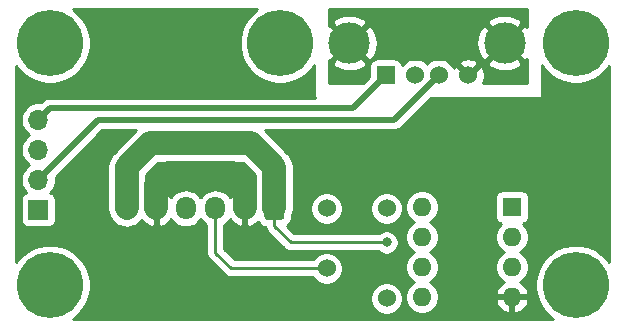
<source format=gtl>
G04 #@! TF.GenerationSoftware,KiCad,Pcbnew,5.1.9+dfsg1-1+deb11u1*
G04 #@! TF.CreationDate,2023-06-30T23:04:53+09:00*
G04 #@! TF.ProjectId,tablet-usb-adapter,7461626c-6574-42d7-9573-622d61646170,rev?*
G04 #@! TF.SameCoordinates,Original*
G04 #@! TF.FileFunction,Copper,L1,Top*
G04 #@! TF.FilePolarity,Positive*
%FSLAX46Y46*%
G04 Gerber Fmt 4.6, Leading zero omitted, Abs format (unit mm)*
G04 Created by KiCad (PCBNEW 5.1.9+dfsg1-1+deb11u1) date 2023-06-30 23:04:53*
%MOMM*%
%LPD*%
G01*
G04 APERTURE LIST*
G04 #@! TA.AperFunction,ComponentPad*
%ADD10C,5.600000*%
G04 #@! TD*
G04 #@! TA.AperFunction,ComponentPad*
%ADD11R,1.700000X1.700000*%
G04 #@! TD*
G04 #@! TA.AperFunction,ComponentPad*
%ADD12O,1.700000X1.700000*%
G04 #@! TD*
G04 #@! TA.AperFunction,ComponentPad*
%ADD13O,1.700000X1.950000*%
G04 #@! TD*
G04 #@! TA.AperFunction,ComponentPad*
%ADD14C,3.500000*%
G04 #@! TD*
G04 #@! TA.AperFunction,ComponentPad*
%ADD15R,1.524000X1.524000*%
G04 #@! TD*
G04 #@! TA.AperFunction,ComponentPad*
%ADD16C,1.524000*%
G04 #@! TD*
G04 #@! TA.AperFunction,ComponentPad*
%ADD17R,1.600000X1.600000*%
G04 #@! TD*
G04 #@! TA.AperFunction,ComponentPad*
%ADD18O,1.600000X1.600000*%
G04 #@! TD*
G04 #@! TA.AperFunction,ViaPad*
%ADD19C,0.800000*%
G04 #@! TD*
G04 #@! TA.AperFunction,Conductor*
%ADD20C,0.500000*%
G04 #@! TD*
G04 #@! TA.AperFunction,Conductor*
%ADD21C,0.250000*%
G04 #@! TD*
G04 #@! TA.AperFunction,Conductor*
%ADD22C,2.000000*%
G04 #@! TD*
G04 #@! TA.AperFunction,Conductor*
%ADD23C,0.254000*%
G04 #@! TD*
G04 #@! TA.AperFunction,Conductor*
%ADD24C,0.100000*%
G04 #@! TD*
G04 APERTURE END LIST*
D10*
X119000000Y-67500000D03*
X99500000Y-88000000D03*
X144000000Y-88000000D03*
X144000000Y-67500000D03*
X99500000Y-67500000D03*
D11*
X98500000Y-81620000D03*
D12*
X98500000Y-79080000D03*
X98500000Y-76540000D03*
X98500000Y-74000000D03*
G04 #@! TA.AperFunction,ComponentPad*
G36*
G01*
X119350000Y-80775000D02*
X119350000Y-82225000D01*
G75*
G02*
X119100000Y-82475000I-250000J0D01*
G01*
X117900000Y-82475000D01*
G75*
G02*
X117650000Y-82225000I0J250000D01*
G01*
X117650000Y-80775000D01*
G75*
G02*
X117900000Y-80525000I250000J0D01*
G01*
X119100000Y-80525000D01*
G75*
G02*
X119350000Y-80775000I0J-250000D01*
G01*
G37*
G04 #@! TD.AperFunction*
D13*
X116000000Y-81500000D03*
X113500000Y-81500000D03*
X111000000Y-81500000D03*
X108500000Y-81500000D03*
X106000000Y-81500000D03*
D14*
X138000000Y-67500000D03*
X124860000Y-67500000D03*
D15*
X127930000Y-70210000D03*
D16*
X130430000Y-70210000D03*
X132430000Y-70210000D03*
X134930000Y-70210000D03*
D17*
X138620000Y-81380000D03*
D18*
X131000000Y-89000000D03*
X138620000Y-83920000D03*
X131000000Y-86460000D03*
X138620000Y-86460000D03*
X131000000Y-83920000D03*
X138620000Y-89000000D03*
X131000000Y-81380000D03*
D16*
X122920000Y-81500000D03*
X128000000Y-81500000D03*
X122920000Y-86580000D03*
X128000000Y-89120000D03*
D19*
X128000000Y-84380000D03*
D20*
X98500000Y-79080000D02*
X103580000Y-74000000D01*
X128640000Y-74000000D02*
X132430000Y-70210000D01*
X103580000Y-74000000D02*
X128640000Y-74000000D01*
X98500000Y-74000000D02*
X99500000Y-73000000D01*
X125140000Y-73000000D02*
X127930000Y-70210000D01*
X99500000Y-73000000D02*
X125140000Y-73000000D01*
D21*
X98500000Y-81620000D02*
X98500000Y-81500000D01*
X127960000Y-81500000D02*
X128080000Y-81380000D01*
D22*
X106000000Y-78000000D02*
X106000000Y-81500000D01*
X116500000Y-76000000D02*
X108000000Y-76000000D01*
X118500000Y-78000000D02*
X116500000Y-76000000D01*
X108000000Y-76000000D02*
X106000000Y-78000000D01*
X118500000Y-81500000D02*
X118500000Y-78000000D01*
D21*
X119880000Y-84380000D02*
X128000000Y-84380000D01*
X118500000Y-83000000D02*
X119880000Y-84380000D01*
X118500000Y-81500000D02*
X118500000Y-83000000D01*
D22*
X108500000Y-81500000D02*
X108500000Y-79500000D01*
X108500000Y-79500000D02*
X109500000Y-78500000D01*
X109500000Y-78500000D02*
X115000000Y-78500000D01*
X116000000Y-79500000D02*
X116000000Y-81500000D01*
X115000000Y-78500000D02*
X116000000Y-79500000D01*
D21*
X113500000Y-81500000D02*
X113500000Y-85250000D01*
X114830000Y-86580000D02*
X122920000Y-86580000D01*
X113500000Y-85250000D02*
X114830000Y-86580000D01*
D23*
X116810315Y-64831862D02*
X116331862Y-65310315D01*
X115955943Y-65872918D01*
X115697006Y-66498048D01*
X115565000Y-67161682D01*
X115565000Y-67838318D01*
X115697006Y-68501952D01*
X115955943Y-69127082D01*
X116331862Y-69689685D01*
X116810315Y-70168138D01*
X117372918Y-70544057D01*
X117998048Y-70802994D01*
X118661682Y-70935000D01*
X119338318Y-70935000D01*
X120001952Y-70802994D01*
X120627082Y-70544057D01*
X121189685Y-70168138D01*
X121668138Y-69689685D01*
X121873000Y-69383087D01*
X121873000Y-72000000D01*
X121875440Y-72024776D01*
X121882667Y-72048601D01*
X121894403Y-72070557D01*
X121910197Y-72089803D01*
X121929443Y-72105597D01*
X121947034Y-72115000D01*
X99543469Y-72115000D01*
X99500000Y-72110719D01*
X99456531Y-72115000D01*
X99456523Y-72115000D01*
X99326510Y-72127805D01*
X99159686Y-72178411D01*
X99005941Y-72260589D01*
X98904953Y-72343468D01*
X98904951Y-72343470D01*
X98871183Y-72371183D01*
X98843470Y-72404951D01*
X98718960Y-72529461D01*
X98646260Y-72515000D01*
X98353740Y-72515000D01*
X98066842Y-72572068D01*
X97796589Y-72684010D01*
X97553368Y-72846525D01*
X97346525Y-73053368D01*
X97184010Y-73296589D01*
X97072068Y-73566842D01*
X97015000Y-73853740D01*
X97015000Y-74146260D01*
X97072068Y-74433158D01*
X97184010Y-74703411D01*
X97346525Y-74946632D01*
X97553368Y-75153475D01*
X97727760Y-75270000D01*
X97553368Y-75386525D01*
X97346525Y-75593368D01*
X97184010Y-75836589D01*
X97072068Y-76106842D01*
X97015000Y-76393740D01*
X97015000Y-76686260D01*
X97072068Y-76973158D01*
X97184010Y-77243411D01*
X97346525Y-77486632D01*
X97553368Y-77693475D01*
X97727760Y-77810000D01*
X97553368Y-77926525D01*
X97346525Y-78133368D01*
X97184010Y-78376589D01*
X97072068Y-78646842D01*
X97015000Y-78933740D01*
X97015000Y-79226260D01*
X97072068Y-79513158D01*
X97184010Y-79783411D01*
X97346525Y-80026632D01*
X97478380Y-80158487D01*
X97405820Y-80180498D01*
X97295506Y-80239463D01*
X97198815Y-80318815D01*
X97119463Y-80415506D01*
X97060498Y-80525820D01*
X97024188Y-80645518D01*
X97011928Y-80770000D01*
X97011928Y-82470000D01*
X97024188Y-82594482D01*
X97060498Y-82714180D01*
X97119463Y-82824494D01*
X97198815Y-82921185D01*
X97295506Y-83000537D01*
X97405820Y-83059502D01*
X97525518Y-83095812D01*
X97650000Y-83108072D01*
X99350000Y-83108072D01*
X99474482Y-83095812D01*
X99594180Y-83059502D01*
X99704494Y-83000537D01*
X99801185Y-82921185D01*
X99880537Y-82824494D01*
X99939502Y-82714180D01*
X99975812Y-82594482D01*
X99988072Y-82470000D01*
X99988072Y-80770000D01*
X99975812Y-80645518D01*
X99939502Y-80525820D01*
X99880537Y-80415506D01*
X99801185Y-80318815D01*
X99704494Y-80239463D01*
X99594180Y-80180498D01*
X99521620Y-80158487D01*
X99653475Y-80026632D01*
X99815990Y-79783411D01*
X99927932Y-79513158D01*
X99985000Y-79226260D01*
X99985000Y-78933740D01*
X99970539Y-78861039D01*
X103946579Y-74885000D01*
X106799949Y-74885000D01*
X106787080Y-74900682D01*
X104900687Y-76787075D01*
X104838286Y-76838286D01*
X104633969Y-77087249D01*
X104482148Y-77371286D01*
X104388657Y-77679485D01*
X104371273Y-77855990D01*
X104357089Y-78000000D01*
X104365000Y-78080320D01*
X104365001Y-81580322D01*
X104388658Y-81820516D01*
X104482149Y-82128715D01*
X104633970Y-82412752D01*
X104838287Y-82661714D01*
X105087249Y-82866031D01*
X105371286Y-83017852D01*
X105679485Y-83111343D01*
X106000000Y-83142911D01*
X106320516Y-83111343D01*
X106628715Y-83017852D01*
X106912752Y-82866031D01*
X107161714Y-82661714D01*
X107301950Y-82490836D01*
X107410951Y-82634429D01*
X107628807Y-82827496D01*
X107880142Y-82974352D01*
X108143110Y-83066476D01*
X108373000Y-82945155D01*
X108373000Y-81627000D01*
X108353000Y-81627000D01*
X108353000Y-81373000D01*
X108373000Y-81373000D01*
X108373000Y-80054845D01*
X108627000Y-80054845D01*
X108627000Y-81373000D01*
X108647000Y-81373000D01*
X108647000Y-81627000D01*
X108627000Y-81627000D01*
X108627000Y-82945155D01*
X108856890Y-83066476D01*
X109119858Y-82974352D01*
X109371193Y-82827496D01*
X109589049Y-82634429D01*
X109745538Y-82428278D01*
X109759294Y-82454013D01*
X109944866Y-82680134D01*
X110170986Y-82865706D01*
X110428966Y-83003599D01*
X110708889Y-83088513D01*
X111000000Y-83117185D01*
X111291110Y-83088513D01*
X111571033Y-83003599D01*
X111829013Y-82865706D01*
X112055134Y-82680134D01*
X112240706Y-82454014D01*
X112250000Y-82436626D01*
X112259294Y-82454013D01*
X112444866Y-82680134D01*
X112670986Y-82865706D01*
X112740000Y-82902595D01*
X112740001Y-85212668D01*
X112736324Y-85250000D01*
X112750998Y-85398985D01*
X112794454Y-85542246D01*
X112865026Y-85674276D01*
X112936201Y-85761002D01*
X112960000Y-85790001D01*
X112988998Y-85813799D01*
X114266201Y-87091003D01*
X114289999Y-87120001D01*
X114318997Y-87143799D01*
X114405723Y-87214974D01*
X114537753Y-87285546D01*
X114681014Y-87329003D01*
X114792667Y-87340000D01*
X114792676Y-87340000D01*
X114829999Y-87343676D01*
X114867322Y-87340000D01*
X121747659Y-87340000D01*
X121834880Y-87470535D01*
X122029465Y-87665120D01*
X122258273Y-87818005D01*
X122512510Y-87923314D01*
X122782408Y-87977000D01*
X123057592Y-87977000D01*
X123327490Y-87923314D01*
X123581727Y-87818005D01*
X123810535Y-87665120D01*
X124005120Y-87470535D01*
X124158005Y-87241727D01*
X124263314Y-86987490D01*
X124317000Y-86717592D01*
X124317000Y-86442408D01*
X124263314Y-86172510D01*
X124158005Y-85918273D01*
X124005120Y-85689465D01*
X123810535Y-85494880D01*
X123581727Y-85341995D01*
X123327490Y-85236686D01*
X123057592Y-85183000D01*
X122782408Y-85183000D01*
X122512510Y-85236686D01*
X122258273Y-85341995D01*
X122029465Y-85494880D01*
X121834880Y-85689465D01*
X121747659Y-85820000D01*
X115144802Y-85820000D01*
X114260000Y-84935199D01*
X114260000Y-82902594D01*
X114329013Y-82865706D01*
X114555134Y-82680134D01*
X114740706Y-82454014D01*
X114754462Y-82428278D01*
X114910951Y-82634429D01*
X115128807Y-82827496D01*
X115380142Y-82974352D01*
X115643110Y-83066476D01*
X115873000Y-82945155D01*
X115873000Y-81627000D01*
X115853000Y-81627000D01*
X115853000Y-81373000D01*
X115873000Y-81373000D01*
X115873000Y-80054845D01*
X115643110Y-79933524D01*
X115380142Y-80025648D01*
X115128807Y-80172504D01*
X114910951Y-80365571D01*
X114754462Y-80571722D01*
X114740706Y-80545986D01*
X114555134Y-80319866D01*
X114329014Y-80134294D01*
X114071034Y-79996401D01*
X113791111Y-79911487D01*
X113500000Y-79882815D01*
X113208890Y-79911487D01*
X112928967Y-79996401D01*
X112670987Y-80134294D01*
X112444866Y-80319866D01*
X112259294Y-80545986D01*
X112250000Y-80563374D01*
X112240706Y-80545986D01*
X112055134Y-80319866D01*
X111829014Y-80134294D01*
X111571034Y-79996401D01*
X111291111Y-79911487D01*
X111000000Y-79882815D01*
X110708890Y-79911487D01*
X110428967Y-79996401D01*
X110170987Y-80134294D01*
X109944866Y-80319866D01*
X109759294Y-80545986D01*
X109745538Y-80571722D01*
X109589049Y-80365571D01*
X109371193Y-80172504D01*
X109119858Y-80025648D01*
X108856890Y-79933524D01*
X108627000Y-80054845D01*
X108373000Y-80054845D01*
X108143110Y-79933524D01*
X107880142Y-80025648D01*
X107635000Y-80168885D01*
X107635000Y-78677238D01*
X108677239Y-77635000D01*
X115822762Y-77635000D01*
X116865001Y-78677240D01*
X116865000Y-80168886D01*
X116619858Y-80025648D01*
X116356890Y-79933524D01*
X116127000Y-80054845D01*
X116127000Y-81373000D01*
X116147000Y-81373000D01*
X116147000Y-81627000D01*
X116127000Y-81627000D01*
X116127000Y-82945155D01*
X116356890Y-83066476D01*
X116619858Y-82974352D01*
X116871193Y-82827496D01*
X117089049Y-82634429D01*
X117105286Y-82613039D01*
X117161595Y-82718386D01*
X117272038Y-82852962D01*
X117406614Y-82963405D01*
X117560150Y-83045472D01*
X117726746Y-83096008D01*
X117745967Y-83097901D01*
X117747291Y-83111343D01*
X117750998Y-83148985D01*
X117794454Y-83292246D01*
X117865026Y-83424276D01*
X117960000Y-83540001D01*
X117988998Y-83563799D01*
X119316201Y-84891003D01*
X119339999Y-84920001D01*
X119455724Y-85014974D01*
X119587753Y-85085546D01*
X119731014Y-85129003D01*
X119842667Y-85140000D01*
X119842675Y-85140000D01*
X119880000Y-85143676D01*
X119917325Y-85140000D01*
X127296289Y-85140000D01*
X127340226Y-85183937D01*
X127509744Y-85297205D01*
X127698102Y-85375226D01*
X127898061Y-85415000D01*
X128101939Y-85415000D01*
X128301898Y-85375226D01*
X128490256Y-85297205D01*
X128659774Y-85183937D01*
X128803937Y-85039774D01*
X128917205Y-84870256D01*
X128995226Y-84681898D01*
X129035000Y-84481939D01*
X129035000Y-84278061D01*
X128995226Y-84078102D01*
X128917205Y-83889744D01*
X128803937Y-83720226D01*
X128659774Y-83576063D01*
X128490256Y-83462795D01*
X128301898Y-83384774D01*
X128101939Y-83345000D01*
X127898061Y-83345000D01*
X127698102Y-83384774D01*
X127509744Y-83462795D01*
X127340226Y-83576063D01*
X127296289Y-83620000D01*
X120194802Y-83620000D01*
X119557427Y-82982626D01*
X119593386Y-82963405D01*
X119727962Y-82852962D01*
X119838405Y-82718386D01*
X119920472Y-82564850D01*
X119971008Y-82398254D01*
X119988072Y-82225000D01*
X119988072Y-82184429D01*
X120017852Y-82128715D01*
X120111343Y-81820516D01*
X120135000Y-81580322D01*
X120135000Y-81362408D01*
X121523000Y-81362408D01*
X121523000Y-81637592D01*
X121576686Y-81907490D01*
X121681995Y-82161727D01*
X121834880Y-82390535D01*
X122029465Y-82585120D01*
X122258273Y-82738005D01*
X122512510Y-82843314D01*
X122782408Y-82897000D01*
X123057592Y-82897000D01*
X123327490Y-82843314D01*
X123581727Y-82738005D01*
X123810535Y-82585120D01*
X124005120Y-82390535D01*
X124158005Y-82161727D01*
X124263314Y-81907490D01*
X124317000Y-81637592D01*
X124317000Y-81362408D01*
X126603000Y-81362408D01*
X126603000Y-81637592D01*
X126656686Y-81907490D01*
X126761995Y-82161727D01*
X126914880Y-82390535D01*
X127109465Y-82585120D01*
X127338273Y-82738005D01*
X127592510Y-82843314D01*
X127862408Y-82897000D01*
X128137592Y-82897000D01*
X128407490Y-82843314D01*
X128661727Y-82738005D01*
X128890535Y-82585120D01*
X129085120Y-82390535D01*
X129238005Y-82161727D01*
X129343314Y-81907490D01*
X129397000Y-81637592D01*
X129397000Y-81362408D01*
X129372387Y-81238665D01*
X129565000Y-81238665D01*
X129565000Y-81521335D01*
X129620147Y-81798574D01*
X129728320Y-82059727D01*
X129885363Y-82294759D01*
X130085241Y-82494637D01*
X130317759Y-82650000D01*
X130085241Y-82805363D01*
X129885363Y-83005241D01*
X129728320Y-83240273D01*
X129620147Y-83501426D01*
X129565000Y-83778665D01*
X129565000Y-84061335D01*
X129620147Y-84338574D01*
X129728320Y-84599727D01*
X129885363Y-84834759D01*
X130085241Y-85034637D01*
X130317759Y-85190000D01*
X130085241Y-85345363D01*
X129885363Y-85545241D01*
X129728320Y-85780273D01*
X129620147Y-86041426D01*
X129565000Y-86318665D01*
X129565000Y-86601335D01*
X129620147Y-86878574D01*
X129728320Y-87139727D01*
X129885363Y-87374759D01*
X130085241Y-87574637D01*
X130317759Y-87730000D01*
X130085241Y-87885363D01*
X129885363Y-88085241D01*
X129728320Y-88320273D01*
X129620147Y-88581426D01*
X129565000Y-88858665D01*
X129565000Y-89141335D01*
X129620147Y-89418574D01*
X129728320Y-89679727D01*
X129885363Y-89914759D01*
X130085241Y-90114637D01*
X130320273Y-90271680D01*
X130581426Y-90379853D01*
X130858665Y-90435000D01*
X131141335Y-90435000D01*
X131418574Y-90379853D01*
X131679727Y-90271680D01*
X131914759Y-90114637D01*
X132114637Y-89914759D01*
X132271680Y-89679727D01*
X132379853Y-89418574D01*
X132393684Y-89349039D01*
X137228096Y-89349039D01*
X137268754Y-89483087D01*
X137388963Y-89737420D01*
X137556481Y-89963414D01*
X137764869Y-90152385D01*
X138006119Y-90297070D01*
X138270960Y-90391909D01*
X138493000Y-90270624D01*
X138493000Y-89127000D01*
X138747000Y-89127000D01*
X138747000Y-90270624D01*
X138969040Y-90391909D01*
X139233881Y-90297070D01*
X139475131Y-90152385D01*
X139683519Y-89963414D01*
X139851037Y-89737420D01*
X139971246Y-89483087D01*
X140011904Y-89349039D01*
X139889915Y-89127000D01*
X138747000Y-89127000D01*
X138493000Y-89127000D01*
X137350085Y-89127000D01*
X137228096Y-89349039D01*
X132393684Y-89349039D01*
X132435000Y-89141335D01*
X132435000Y-88858665D01*
X132379853Y-88581426D01*
X132271680Y-88320273D01*
X132114637Y-88085241D01*
X131914759Y-87885363D01*
X131682241Y-87730000D01*
X131914759Y-87574637D01*
X132114637Y-87374759D01*
X132271680Y-87139727D01*
X132379853Y-86878574D01*
X132435000Y-86601335D01*
X132435000Y-86318665D01*
X132379853Y-86041426D01*
X132271680Y-85780273D01*
X132114637Y-85545241D01*
X131914759Y-85345363D01*
X131682241Y-85190000D01*
X131914759Y-85034637D01*
X132114637Y-84834759D01*
X132271680Y-84599727D01*
X132379853Y-84338574D01*
X132435000Y-84061335D01*
X132435000Y-83778665D01*
X132379853Y-83501426D01*
X132271680Y-83240273D01*
X132114637Y-83005241D01*
X131914759Y-82805363D01*
X131682241Y-82650000D01*
X131914759Y-82494637D01*
X132114637Y-82294759D01*
X132271680Y-82059727D01*
X132379853Y-81798574D01*
X132435000Y-81521335D01*
X132435000Y-81238665D01*
X132379853Y-80961426D01*
X132271680Y-80700273D01*
X132191317Y-80580000D01*
X137181928Y-80580000D01*
X137181928Y-82180000D01*
X137194188Y-82304482D01*
X137230498Y-82424180D01*
X137289463Y-82534494D01*
X137368815Y-82631185D01*
X137465506Y-82710537D01*
X137575820Y-82769502D01*
X137695518Y-82805812D01*
X137703961Y-82806643D01*
X137505363Y-83005241D01*
X137348320Y-83240273D01*
X137240147Y-83501426D01*
X137185000Y-83778665D01*
X137185000Y-84061335D01*
X137240147Y-84338574D01*
X137348320Y-84599727D01*
X137505363Y-84834759D01*
X137705241Y-85034637D01*
X137937759Y-85190000D01*
X137705241Y-85345363D01*
X137505363Y-85545241D01*
X137348320Y-85780273D01*
X137240147Y-86041426D01*
X137185000Y-86318665D01*
X137185000Y-86601335D01*
X137240147Y-86878574D01*
X137348320Y-87139727D01*
X137505363Y-87374759D01*
X137705241Y-87574637D01*
X137940273Y-87731680D01*
X137950865Y-87736067D01*
X137764869Y-87847615D01*
X137556481Y-88036586D01*
X137388963Y-88262580D01*
X137268754Y-88516913D01*
X137228096Y-88650961D01*
X137350085Y-88873000D01*
X138493000Y-88873000D01*
X138493000Y-88853000D01*
X138747000Y-88853000D01*
X138747000Y-88873000D01*
X139889915Y-88873000D01*
X140011904Y-88650961D01*
X139971246Y-88516913D01*
X139851037Y-88262580D01*
X139683519Y-88036586D01*
X139475131Y-87847615D01*
X139289135Y-87736067D01*
X139299727Y-87731680D01*
X139534759Y-87574637D01*
X139734637Y-87374759D01*
X139891680Y-87139727D01*
X139999853Y-86878574D01*
X140055000Y-86601335D01*
X140055000Y-86318665D01*
X139999853Y-86041426D01*
X139891680Y-85780273D01*
X139734637Y-85545241D01*
X139534759Y-85345363D01*
X139302241Y-85190000D01*
X139534759Y-85034637D01*
X139734637Y-84834759D01*
X139891680Y-84599727D01*
X139999853Y-84338574D01*
X140055000Y-84061335D01*
X140055000Y-83778665D01*
X139999853Y-83501426D01*
X139891680Y-83240273D01*
X139734637Y-83005241D01*
X139536039Y-82806643D01*
X139544482Y-82805812D01*
X139664180Y-82769502D01*
X139774494Y-82710537D01*
X139871185Y-82631185D01*
X139950537Y-82534494D01*
X140009502Y-82424180D01*
X140045812Y-82304482D01*
X140058072Y-82180000D01*
X140058072Y-80580000D01*
X140045812Y-80455518D01*
X140009502Y-80335820D01*
X139950537Y-80225506D01*
X139871185Y-80128815D01*
X139774494Y-80049463D01*
X139664180Y-79990498D01*
X139544482Y-79954188D01*
X139420000Y-79941928D01*
X137820000Y-79941928D01*
X137695518Y-79954188D01*
X137575820Y-79990498D01*
X137465506Y-80049463D01*
X137368815Y-80128815D01*
X137289463Y-80225506D01*
X137230498Y-80335820D01*
X137194188Y-80455518D01*
X137181928Y-80580000D01*
X132191317Y-80580000D01*
X132114637Y-80465241D01*
X131914759Y-80265363D01*
X131679727Y-80108320D01*
X131418574Y-80000147D01*
X131141335Y-79945000D01*
X130858665Y-79945000D01*
X130581426Y-80000147D01*
X130320273Y-80108320D01*
X130085241Y-80265363D01*
X129885363Y-80465241D01*
X129728320Y-80700273D01*
X129620147Y-80961426D01*
X129565000Y-81238665D01*
X129372387Y-81238665D01*
X129343314Y-81092510D01*
X129238005Y-80838273D01*
X129085120Y-80609465D01*
X128890535Y-80414880D01*
X128661727Y-80261995D01*
X128407490Y-80156686D01*
X128137592Y-80103000D01*
X127862408Y-80103000D01*
X127592510Y-80156686D01*
X127338273Y-80261995D01*
X127109465Y-80414880D01*
X126914880Y-80609465D01*
X126761995Y-80838273D01*
X126656686Y-81092510D01*
X126603000Y-81362408D01*
X124317000Y-81362408D01*
X124263314Y-81092510D01*
X124158005Y-80838273D01*
X124005120Y-80609465D01*
X123810535Y-80414880D01*
X123581727Y-80261995D01*
X123327490Y-80156686D01*
X123057592Y-80103000D01*
X122782408Y-80103000D01*
X122512510Y-80156686D01*
X122258273Y-80261995D01*
X122029465Y-80414880D01*
X121834880Y-80609465D01*
X121681995Y-80838273D01*
X121576686Y-81092510D01*
X121523000Y-81362408D01*
X120135000Y-81362408D01*
X120135000Y-78080319D01*
X120142911Y-77999999D01*
X120128727Y-77855990D01*
X120111343Y-77679484D01*
X120017852Y-77371285D01*
X119866031Y-77087248D01*
X119661714Y-76838286D01*
X119599318Y-76787080D01*
X117712925Y-74900687D01*
X117700051Y-74885000D01*
X128596531Y-74885000D01*
X128640000Y-74889281D01*
X128683469Y-74885000D01*
X128683477Y-74885000D01*
X128813490Y-74872195D01*
X128980313Y-74821589D01*
X129134059Y-74739411D01*
X129268817Y-74628817D01*
X129296534Y-74595044D01*
X131764579Y-72127000D01*
X141000000Y-72127000D01*
X141024776Y-72124560D01*
X141048601Y-72117333D01*
X141070557Y-72105597D01*
X141089803Y-72089803D01*
X141105597Y-72070557D01*
X141117333Y-72048601D01*
X141124560Y-72024776D01*
X141127000Y-72000000D01*
X141127000Y-69383087D01*
X141331862Y-69689685D01*
X141810315Y-70168138D01*
X142372918Y-70544057D01*
X142998048Y-70802994D01*
X143661682Y-70935000D01*
X144338318Y-70935000D01*
X145001952Y-70802994D01*
X145627082Y-70544057D01*
X146189685Y-70168138D01*
X146668138Y-69689685D01*
X146840000Y-69432475D01*
X146840001Y-86067526D01*
X146668138Y-85810315D01*
X146189685Y-85331862D01*
X145627082Y-84955943D01*
X145001952Y-84697006D01*
X144338318Y-84565000D01*
X143661682Y-84565000D01*
X142998048Y-84697006D01*
X142372918Y-84955943D01*
X141810315Y-85331862D01*
X141331862Y-85810315D01*
X140955943Y-86372918D01*
X140697006Y-86998048D01*
X140565000Y-87661682D01*
X140565000Y-88338318D01*
X140697006Y-89001952D01*
X140955943Y-89627082D01*
X141331862Y-90189685D01*
X141810315Y-90668138D01*
X142067525Y-90840000D01*
X101432475Y-90840000D01*
X101689685Y-90668138D01*
X102168138Y-90189685D01*
X102544057Y-89627082D01*
X102802994Y-89001952D01*
X102806881Y-88982408D01*
X126603000Y-88982408D01*
X126603000Y-89257592D01*
X126656686Y-89527490D01*
X126761995Y-89781727D01*
X126914880Y-90010535D01*
X127109465Y-90205120D01*
X127338273Y-90358005D01*
X127592510Y-90463314D01*
X127862408Y-90517000D01*
X128137592Y-90517000D01*
X128407490Y-90463314D01*
X128661727Y-90358005D01*
X128890535Y-90205120D01*
X129085120Y-90010535D01*
X129238005Y-89781727D01*
X129343314Y-89527490D01*
X129397000Y-89257592D01*
X129397000Y-88982408D01*
X129343314Y-88712510D01*
X129238005Y-88458273D01*
X129085120Y-88229465D01*
X128890535Y-88034880D01*
X128661727Y-87881995D01*
X128407490Y-87776686D01*
X128137592Y-87723000D01*
X127862408Y-87723000D01*
X127592510Y-87776686D01*
X127338273Y-87881995D01*
X127109465Y-88034880D01*
X126914880Y-88229465D01*
X126761995Y-88458273D01*
X126656686Y-88712510D01*
X126603000Y-88982408D01*
X102806881Y-88982408D01*
X102935000Y-88338318D01*
X102935000Y-87661682D01*
X102802994Y-86998048D01*
X102544057Y-86372918D01*
X102168138Y-85810315D01*
X101689685Y-85331862D01*
X101127082Y-84955943D01*
X100501952Y-84697006D01*
X99838318Y-84565000D01*
X99161682Y-84565000D01*
X98498048Y-84697006D01*
X97872918Y-84955943D01*
X97310315Y-85331862D01*
X96831862Y-85810315D01*
X96660000Y-86067525D01*
X96660000Y-69432475D01*
X96831862Y-69689685D01*
X97310315Y-70168138D01*
X97872918Y-70544057D01*
X98498048Y-70802994D01*
X99161682Y-70935000D01*
X99838318Y-70935000D01*
X100501952Y-70802994D01*
X101127082Y-70544057D01*
X101689685Y-70168138D01*
X102168138Y-69689685D01*
X102544057Y-69127082D01*
X102802994Y-68501952D01*
X102935000Y-67838318D01*
X102935000Y-67161682D01*
X102802994Y-66498048D01*
X102544057Y-65872918D01*
X102168138Y-65310315D01*
X101689685Y-64831862D01*
X101432475Y-64660000D01*
X117067525Y-64660000D01*
X116810315Y-64831862D01*
G04 #@! TA.AperFunction,Conductor*
D24*
G36*
X116810315Y-64831862D02*
G01*
X116331862Y-65310315D01*
X115955943Y-65872918D01*
X115697006Y-66498048D01*
X115565000Y-67161682D01*
X115565000Y-67838318D01*
X115697006Y-68501952D01*
X115955943Y-69127082D01*
X116331862Y-69689685D01*
X116810315Y-70168138D01*
X117372918Y-70544057D01*
X117998048Y-70802994D01*
X118661682Y-70935000D01*
X119338318Y-70935000D01*
X120001952Y-70802994D01*
X120627082Y-70544057D01*
X121189685Y-70168138D01*
X121668138Y-69689685D01*
X121873000Y-69383087D01*
X121873000Y-72000000D01*
X121875440Y-72024776D01*
X121882667Y-72048601D01*
X121894403Y-72070557D01*
X121910197Y-72089803D01*
X121929443Y-72105597D01*
X121947034Y-72115000D01*
X99543469Y-72115000D01*
X99500000Y-72110719D01*
X99456531Y-72115000D01*
X99456523Y-72115000D01*
X99326510Y-72127805D01*
X99159686Y-72178411D01*
X99005941Y-72260589D01*
X98904953Y-72343468D01*
X98904951Y-72343470D01*
X98871183Y-72371183D01*
X98843470Y-72404951D01*
X98718960Y-72529461D01*
X98646260Y-72515000D01*
X98353740Y-72515000D01*
X98066842Y-72572068D01*
X97796589Y-72684010D01*
X97553368Y-72846525D01*
X97346525Y-73053368D01*
X97184010Y-73296589D01*
X97072068Y-73566842D01*
X97015000Y-73853740D01*
X97015000Y-74146260D01*
X97072068Y-74433158D01*
X97184010Y-74703411D01*
X97346525Y-74946632D01*
X97553368Y-75153475D01*
X97727760Y-75270000D01*
X97553368Y-75386525D01*
X97346525Y-75593368D01*
X97184010Y-75836589D01*
X97072068Y-76106842D01*
X97015000Y-76393740D01*
X97015000Y-76686260D01*
X97072068Y-76973158D01*
X97184010Y-77243411D01*
X97346525Y-77486632D01*
X97553368Y-77693475D01*
X97727760Y-77810000D01*
X97553368Y-77926525D01*
X97346525Y-78133368D01*
X97184010Y-78376589D01*
X97072068Y-78646842D01*
X97015000Y-78933740D01*
X97015000Y-79226260D01*
X97072068Y-79513158D01*
X97184010Y-79783411D01*
X97346525Y-80026632D01*
X97478380Y-80158487D01*
X97405820Y-80180498D01*
X97295506Y-80239463D01*
X97198815Y-80318815D01*
X97119463Y-80415506D01*
X97060498Y-80525820D01*
X97024188Y-80645518D01*
X97011928Y-80770000D01*
X97011928Y-82470000D01*
X97024188Y-82594482D01*
X97060498Y-82714180D01*
X97119463Y-82824494D01*
X97198815Y-82921185D01*
X97295506Y-83000537D01*
X97405820Y-83059502D01*
X97525518Y-83095812D01*
X97650000Y-83108072D01*
X99350000Y-83108072D01*
X99474482Y-83095812D01*
X99594180Y-83059502D01*
X99704494Y-83000537D01*
X99801185Y-82921185D01*
X99880537Y-82824494D01*
X99939502Y-82714180D01*
X99975812Y-82594482D01*
X99988072Y-82470000D01*
X99988072Y-80770000D01*
X99975812Y-80645518D01*
X99939502Y-80525820D01*
X99880537Y-80415506D01*
X99801185Y-80318815D01*
X99704494Y-80239463D01*
X99594180Y-80180498D01*
X99521620Y-80158487D01*
X99653475Y-80026632D01*
X99815990Y-79783411D01*
X99927932Y-79513158D01*
X99985000Y-79226260D01*
X99985000Y-78933740D01*
X99970539Y-78861039D01*
X103946579Y-74885000D01*
X106799949Y-74885000D01*
X106787080Y-74900682D01*
X104900687Y-76787075D01*
X104838286Y-76838286D01*
X104633969Y-77087249D01*
X104482148Y-77371286D01*
X104388657Y-77679485D01*
X104371273Y-77855990D01*
X104357089Y-78000000D01*
X104365000Y-78080320D01*
X104365001Y-81580322D01*
X104388658Y-81820516D01*
X104482149Y-82128715D01*
X104633970Y-82412752D01*
X104838287Y-82661714D01*
X105087249Y-82866031D01*
X105371286Y-83017852D01*
X105679485Y-83111343D01*
X106000000Y-83142911D01*
X106320516Y-83111343D01*
X106628715Y-83017852D01*
X106912752Y-82866031D01*
X107161714Y-82661714D01*
X107301950Y-82490836D01*
X107410951Y-82634429D01*
X107628807Y-82827496D01*
X107880142Y-82974352D01*
X108143110Y-83066476D01*
X108373000Y-82945155D01*
X108373000Y-81627000D01*
X108353000Y-81627000D01*
X108353000Y-81373000D01*
X108373000Y-81373000D01*
X108373000Y-80054845D01*
X108627000Y-80054845D01*
X108627000Y-81373000D01*
X108647000Y-81373000D01*
X108647000Y-81627000D01*
X108627000Y-81627000D01*
X108627000Y-82945155D01*
X108856890Y-83066476D01*
X109119858Y-82974352D01*
X109371193Y-82827496D01*
X109589049Y-82634429D01*
X109745538Y-82428278D01*
X109759294Y-82454013D01*
X109944866Y-82680134D01*
X110170986Y-82865706D01*
X110428966Y-83003599D01*
X110708889Y-83088513D01*
X111000000Y-83117185D01*
X111291110Y-83088513D01*
X111571033Y-83003599D01*
X111829013Y-82865706D01*
X112055134Y-82680134D01*
X112240706Y-82454014D01*
X112250000Y-82436626D01*
X112259294Y-82454013D01*
X112444866Y-82680134D01*
X112670986Y-82865706D01*
X112740000Y-82902595D01*
X112740001Y-85212668D01*
X112736324Y-85250000D01*
X112750998Y-85398985D01*
X112794454Y-85542246D01*
X112865026Y-85674276D01*
X112936201Y-85761002D01*
X112960000Y-85790001D01*
X112988998Y-85813799D01*
X114266201Y-87091003D01*
X114289999Y-87120001D01*
X114318997Y-87143799D01*
X114405723Y-87214974D01*
X114537753Y-87285546D01*
X114681014Y-87329003D01*
X114792667Y-87340000D01*
X114792676Y-87340000D01*
X114829999Y-87343676D01*
X114867322Y-87340000D01*
X121747659Y-87340000D01*
X121834880Y-87470535D01*
X122029465Y-87665120D01*
X122258273Y-87818005D01*
X122512510Y-87923314D01*
X122782408Y-87977000D01*
X123057592Y-87977000D01*
X123327490Y-87923314D01*
X123581727Y-87818005D01*
X123810535Y-87665120D01*
X124005120Y-87470535D01*
X124158005Y-87241727D01*
X124263314Y-86987490D01*
X124317000Y-86717592D01*
X124317000Y-86442408D01*
X124263314Y-86172510D01*
X124158005Y-85918273D01*
X124005120Y-85689465D01*
X123810535Y-85494880D01*
X123581727Y-85341995D01*
X123327490Y-85236686D01*
X123057592Y-85183000D01*
X122782408Y-85183000D01*
X122512510Y-85236686D01*
X122258273Y-85341995D01*
X122029465Y-85494880D01*
X121834880Y-85689465D01*
X121747659Y-85820000D01*
X115144802Y-85820000D01*
X114260000Y-84935199D01*
X114260000Y-82902594D01*
X114329013Y-82865706D01*
X114555134Y-82680134D01*
X114740706Y-82454014D01*
X114754462Y-82428278D01*
X114910951Y-82634429D01*
X115128807Y-82827496D01*
X115380142Y-82974352D01*
X115643110Y-83066476D01*
X115873000Y-82945155D01*
X115873000Y-81627000D01*
X115853000Y-81627000D01*
X115853000Y-81373000D01*
X115873000Y-81373000D01*
X115873000Y-80054845D01*
X115643110Y-79933524D01*
X115380142Y-80025648D01*
X115128807Y-80172504D01*
X114910951Y-80365571D01*
X114754462Y-80571722D01*
X114740706Y-80545986D01*
X114555134Y-80319866D01*
X114329014Y-80134294D01*
X114071034Y-79996401D01*
X113791111Y-79911487D01*
X113500000Y-79882815D01*
X113208890Y-79911487D01*
X112928967Y-79996401D01*
X112670987Y-80134294D01*
X112444866Y-80319866D01*
X112259294Y-80545986D01*
X112250000Y-80563374D01*
X112240706Y-80545986D01*
X112055134Y-80319866D01*
X111829014Y-80134294D01*
X111571034Y-79996401D01*
X111291111Y-79911487D01*
X111000000Y-79882815D01*
X110708890Y-79911487D01*
X110428967Y-79996401D01*
X110170987Y-80134294D01*
X109944866Y-80319866D01*
X109759294Y-80545986D01*
X109745538Y-80571722D01*
X109589049Y-80365571D01*
X109371193Y-80172504D01*
X109119858Y-80025648D01*
X108856890Y-79933524D01*
X108627000Y-80054845D01*
X108373000Y-80054845D01*
X108143110Y-79933524D01*
X107880142Y-80025648D01*
X107635000Y-80168885D01*
X107635000Y-78677238D01*
X108677239Y-77635000D01*
X115822762Y-77635000D01*
X116865001Y-78677240D01*
X116865000Y-80168886D01*
X116619858Y-80025648D01*
X116356890Y-79933524D01*
X116127000Y-80054845D01*
X116127000Y-81373000D01*
X116147000Y-81373000D01*
X116147000Y-81627000D01*
X116127000Y-81627000D01*
X116127000Y-82945155D01*
X116356890Y-83066476D01*
X116619858Y-82974352D01*
X116871193Y-82827496D01*
X117089049Y-82634429D01*
X117105286Y-82613039D01*
X117161595Y-82718386D01*
X117272038Y-82852962D01*
X117406614Y-82963405D01*
X117560150Y-83045472D01*
X117726746Y-83096008D01*
X117745967Y-83097901D01*
X117747291Y-83111343D01*
X117750998Y-83148985D01*
X117794454Y-83292246D01*
X117865026Y-83424276D01*
X117960000Y-83540001D01*
X117988998Y-83563799D01*
X119316201Y-84891003D01*
X119339999Y-84920001D01*
X119455724Y-85014974D01*
X119587753Y-85085546D01*
X119731014Y-85129003D01*
X119842667Y-85140000D01*
X119842675Y-85140000D01*
X119880000Y-85143676D01*
X119917325Y-85140000D01*
X127296289Y-85140000D01*
X127340226Y-85183937D01*
X127509744Y-85297205D01*
X127698102Y-85375226D01*
X127898061Y-85415000D01*
X128101939Y-85415000D01*
X128301898Y-85375226D01*
X128490256Y-85297205D01*
X128659774Y-85183937D01*
X128803937Y-85039774D01*
X128917205Y-84870256D01*
X128995226Y-84681898D01*
X129035000Y-84481939D01*
X129035000Y-84278061D01*
X128995226Y-84078102D01*
X128917205Y-83889744D01*
X128803937Y-83720226D01*
X128659774Y-83576063D01*
X128490256Y-83462795D01*
X128301898Y-83384774D01*
X128101939Y-83345000D01*
X127898061Y-83345000D01*
X127698102Y-83384774D01*
X127509744Y-83462795D01*
X127340226Y-83576063D01*
X127296289Y-83620000D01*
X120194802Y-83620000D01*
X119557427Y-82982626D01*
X119593386Y-82963405D01*
X119727962Y-82852962D01*
X119838405Y-82718386D01*
X119920472Y-82564850D01*
X119971008Y-82398254D01*
X119988072Y-82225000D01*
X119988072Y-82184429D01*
X120017852Y-82128715D01*
X120111343Y-81820516D01*
X120135000Y-81580322D01*
X120135000Y-81362408D01*
X121523000Y-81362408D01*
X121523000Y-81637592D01*
X121576686Y-81907490D01*
X121681995Y-82161727D01*
X121834880Y-82390535D01*
X122029465Y-82585120D01*
X122258273Y-82738005D01*
X122512510Y-82843314D01*
X122782408Y-82897000D01*
X123057592Y-82897000D01*
X123327490Y-82843314D01*
X123581727Y-82738005D01*
X123810535Y-82585120D01*
X124005120Y-82390535D01*
X124158005Y-82161727D01*
X124263314Y-81907490D01*
X124317000Y-81637592D01*
X124317000Y-81362408D01*
X126603000Y-81362408D01*
X126603000Y-81637592D01*
X126656686Y-81907490D01*
X126761995Y-82161727D01*
X126914880Y-82390535D01*
X127109465Y-82585120D01*
X127338273Y-82738005D01*
X127592510Y-82843314D01*
X127862408Y-82897000D01*
X128137592Y-82897000D01*
X128407490Y-82843314D01*
X128661727Y-82738005D01*
X128890535Y-82585120D01*
X129085120Y-82390535D01*
X129238005Y-82161727D01*
X129343314Y-81907490D01*
X129397000Y-81637592D01*
X129397000Y-81362408D01*
X129372387Y-81238665D01*
X129565000Y-81238665D01*
X129565000Y-81521335D01*
X129620147Y-81798574D01*
X129728320Y-82059727D01*
X129885363Y-82294759D01*
X130085241Y-82494637D01*
X130317759Y-82650000D01*
X130085241Y-82805363D01*
X129885363Y-83005241D01*
X129728320Y-83240273D01*
X129620147Y-83501426D01*
X129565000Y-83778665D01*
X129565000Y-84061335D01*
X129620147Y-84338574D01*
X129728320Y-84599727D01*
X129885363Y-84834759D01*
X130085241Y-85034637D01*
X130317759Y-85190000D01*
X130085241Y-85345363D01*
X129885363Y-85545241D01*
X129728320Y-85780273D01*
X129620147Y-86041426D01*
X129565000Y-86318665D01*
X129565000Y-86601335D01*
X129620147Y-86878574D01*
X129728320Y-87139727D01*
X129885363Y-87374759D01*
X130085241Y-87574637D01*
X130317759Y-87730000D01*
X130085241Y-87885363D01*
X129885363Y-88085241D01*
X129728320Y-88320273D01*
X129620147Y-88581426D01*
X129565000Y-88858665D01*
X129565000Y-89141335D01*
X129620147Y-89418574D01*
X129728320Y-89679727D01*
X129885363Y-89914759D01*
X130085241Y-90114637D01*
X130320273Y-90271680D01*
X130581426Y-90379853D01*
X130858665Y-90435000D01*
X131141335Y-90435000D01*
X131418574Y-90379853D01*
X131679727Y-90271680D01*
X131914759Y-90114637D01*
X132114637Y-89914759D01*
X132271680Y-89679727D01*
X132379853Y-89418574D01*
X132393684Y-89349039D01*
X137228096Y-89349039D01*
X137268754Y-89483087D01*
X137388963Y-89737420D01*
X137556481Y-89963414D01*
X137764869Y-90152385D01*
X138006119Y-90297070D01*
X138270960Y-90391909D01*
X138493000Y-90270624D01*
X138493000Y-89127000D01*
X138747000Y-89127000D01*
X138747000Y-90270624D01*
X138969040Y-90391909D01*
X139233881Y-90297070D01*
X139475131Y-90152385D01*
X139683519Y-89963414D01*
X139851037Y-89737420D01*
X139971246Y-89483087D01*
X140011904Y-89349039D01*
X139889915Y-89127000D01*
X138747000Y-89127000D01*
X138493000Y-89127000D01*
X137350085Y-89127000D01*
X137228096Y-89349039D01*
X132393684Y-89349039D01*
X132435000Y-89141335D01*
X132435000Y-88858665D01*
X132379853Y-88581426D01*
X132271680Y-88320273D01*
X132114637Y-88085241D01*
X131914759Y-87885363D01*
X131682241Y-87730000D01*
X131914759Y-87574637D01*
X132114637Y-87374759D01*
X132271680Y-87139727D01*
X132379853Y-86878574D01*
X132435000Y-86601335D01*
X132435000Y-86318665D01*
X132379853Y-86041426D01*
X132271680Y-85780273D01*
X132114637Y-85545241D01*
X131914759Y-85345363D01*
X131682241Y-85190000D01*
X131914759Y-85034637D01*
X132114637Y-84834759D01*
X132271680Y-84599727D01*
X132379853Y-84338574D01*
X132435000Y-84061335D01*
X132435000Y-83778665D01*
X132379853Y-83501426D01*
X132271680Y-83240273D01*
X132114637Y-83005241D01*
X131914759Y-82805363D01*
X131682241Y-82650000D01*
X131914759Y-82494637D01*
X132114637Y-82294759D01*
X132271680Y-82059727D01*
X132379853Y-81798574D01*
X132435000Y-81521335D01*
X132435000Y-81238665D01*
X132379853Y-80961426D01*
X132271680Y-80700273D01*
X132191317Y-80580000D01*
X137181928Y-80580000D01*
X137181928Y-82180000D01*
X137194188Y-82304482D01*
X137230498Y-82424180D01*
X137289463Y-82534494D01*
X137368815Y-82631185D01*
X137465506Y-82710537D01*
X137575820Y-82769502D01*
X137695518Y-82805812D01*
X137703961Y-82806643D01*
X137505363Y-83005241D01*
X137348320Y-83240273D01*
X137240147Y-83501426D01*
X137185000Y-83778665D01*
X137185000Y-84061335D01*
X137240147Y-84338574D01*
X137348320Y-84599727D01*
X137505363Y-84834759D01*
X137705241Y-85034637D01*
X137937759Y-85190000D01*
X137705241Y-85345363D01*
X137505363Y-85545241D01*
X137348320Y-85780273D01*
X137240147Y-86041426D01*
X137185000Y-86318665D01*
X137185000Y-86601335D01*
X137240147Y-86878574D01*
X137348320Y-87139727D01*
X137505363Y-87374759D01*
X137705241Y-87574637D01*
X137940273Y-87731680D01*
X137950865Y-87736067D01*
X137764869Y-87847615D01*
X137556481Y-88036586D01*
X137388963Y-88262580D01*
X137268754Y-88516913D01*
X137228096Y-88650961D01*
X137350085Y-88873000D01*
X138493000Y-88873000D01*
X138493000Y-88853000D01*
X138747000Y-88853000D01*
X138747000Y-88873000D01*
X139889915Y-88873000D01*
X140011904Y-88650961D01*
X139971246Y-88516913D01*
X139851037Y-88262580D01*
X139683519Y-88036586D01*
X139475131Y-87847615D01*
X139289135Y-87736067D01*
X139299727Y-87731680D01*
X139534759Y-87574637D01*
X139734637Y-87374759D01*
X139891680Y-87139727D01*
X139999853Y-86878574D01*
X140055000Y-86601335D01*
X140055000Y-86318665D01*
X139999853Y-86041426D01*
X139891680Y-85780273D01*
X139734637Y-85545241D01*
X139534759Y-85345363D01*
X139302241Y-85190000D01*
X139534759Y-85034637D01*
X139734637Y-84834759D01*
X139891680Y-84599727D01*
X139999853Y-84338574D01*
X140055000Y-84061335D01*
X140055000Y-83778665D01*
X139999853Y-83501426D01*
X139891680Y-83240273D01*
X139734637Y-83005241D01*
X139536039Y-82806643D01*
X139544482Y-82805812D01*
X139664180Y-82769502D01*
X139774494Y-82710537D01*
X139871185Y-82631185D01*
X139950537Y-82534494D01*
X140009502Y-82424180D01*
X140045812Y-82304482D01*
X140058072Y-82180000D01*
X140058072Y-80580000D01*
X140045812Y-80455518D01*
X140009502Y-80335820D01*
X139950537Y-80225506D01*
X139871185Y-80128815D01*
X139774494Y-80049463D01*
X139664180Y-79990498D01*
X139544482Y-79954188D01*
X139420000Y-79941928D01*
X137820000Y-79941928D01*
X137695518Y-79954188D01*
X137575820Y-79990498D01*
X137465506Y-80049463D01*
X137368815Y-80128815D01*
X137289463Y-80225506D01*
X137230498Y-80335820D01*
X137194188Y-80455518D01*
X137181928Y-80580000D01*
X132191317Y-80580000D01*
X132114637Y-80465241D01*
X131914759Y-80265363D01*
X131679727Y-80108320D01*
X131418574Y-80000147D01*
X131141335Y-79945000D01*
X130858665Y-79945000D01*
X130581426Y-80000147D01*
X130320273Y-80108320D01*
X130085241Y-80265363D01*
X129885363Y-80465241D01*
X129728320Y-80700273D01*
X129620147Y-80961426D01*
X129565000Y-81238665D01*
X129372387Y-81238665D01*
X129343314Y-81092510D01*
X129238005Y-80838273D01*
X129085120Y-80609465D01*
X128890535Y-80414880D01*
X128661727Y-80261995D01*
X128407490Y-80156686D01*
X128137592Y-80103000D01*
X127862408Y-80103000D01*
X127592510Y-80156686D01*
X127338273Y-80261995D01*
X127109465Y-80414880D01*
X126914880Y-80609465D01*
X126761995Y-80838273D01*
X126656686Y-81092510D01*
X126603000Y-81362408D01*
X124317000Y-81362408D01*
X124263314Y-81092510D01*
X124158005Y-80838273D01*
X124005120Y-80609465D01*
X123810535Y-80414880D01*
X123581727Y-80261995D01*
X123327490Y-80156686D01*
X123057592Y-80103000D01*
X122782408Y-80103000D01*
X122512510Y-80156686D01*
X122258273Y-80261995D01*
X122029465Y-80414880D01*
X121834880Y-80609465D01*
X121681995Y-80838273D01*
X121576686Y-81092510D01*
X121523000Y-81362408D01*
X120135000Y-81362408D01*
X120135000Y-78080319D01*
X120142911Y-77999999D01*
X120128727Y-77855990D01*
X120111343Y-77679484D01*
X120017852Y-77371285D01*
X119866031Y-77087248D01*
X119661714Y-76838286D01*
X119599318Y-76787080D01*
X117712925Y-74900687D01*
X117700051Y-74885000D01*
X128596531Y-74885000D01*
X128640000Y-74889281D01*
X128683469Y-74885000D01*
X128683477Y-74885000D01*
X128813490Y-74872195D01*
X128980313Y-74821589D01*
X129134059Y-74739411D01*
X129268817Y-74628817D01*
X129296534Y-74595044D01*
X131764579Y-72127000D01*
X141000000Y-72127000D01*
X141024776Y-72124560D01*
X141048601Y-72117333D01*
X141070557Y-72105597D01*
X141089803Y-72089803D01*
X141105597Y-72070557D01*
X141117333Y-72048601D01*
X141124560Y-72024776D01*
X141127000Y-72000000D01*
X141127000Y-69383087D01*
X141331862Y-69689685D01*
X141810315Y-70168138D01*
X142372918Y-70544057D01*
X142998048Y-70802994D01*
X143661682Y-70935000D01*
X144338318Y-70935000D01*
X145001952Y-70802994D01*
X145627082Y-70544057D01*
X146189685Y-70168138D01*
X146668138Y-69689685D01*
X146840000Y-69432475D01*
X146840001Y-86067526D01*
X146668138Y-85810315D01*
X146189685Y-85331862D01*
X145627082Y-84955943D01*
X145001952Y-84697006D01*
X144338318Y-84565000D01*
X143661682Y-84565000D01*
X142998048Y-84697006D01*
X142372918Y-84955943D01*
X141810315Y-85331862D01*
X141331862Y-85810315D01*
X140955943Y-86372918D01*
X140697006Y-86998048D01*
X140565000Y-87661682D01*
X140565000Y-88338318D01*
X140697006Y-89001952D01*
X140955943Y-89627082D01*
X141331862Y-90189685D01*
X141810315Y-90668138D01*
X142067525Y-90840000D01*
X101432475Y-90840000D01*
X101689685Y-90668138D01*
X102168138Y-90189685D01*
X102544057Y-89627082D01*
X102802994Y-89001952D01*
X102806881Y-88982408D01*
X126603000Y-88982408D01*
X126603000Y-89257592D01*
X126656686Y-89527490D01*
X126761995Y-89781727D01*
X126914880Y-90010535D01*
X127109465Y-90205120D01*
X127338273Y-90358005D01*
X127592510Y-90463314D01*
X127862408Y-90517000D01*
X128137592Y-90517000D01*
X128407490Y-90463314D01*
X128661727Y-90358005D01*
X128890535Y-90205120D01*
X129085120Y-90010535D01*
X129238005Y-89781727D01*
X129343314Y-89527490D01*
X129397000Y-89257592D01*
X129397000Y-88982408D01*
X129343314Y-88712510D01*
X129238005Y-88458273D01*
X129085120Y-88229465D01*
X128890535Y-88034880D01*
X128661727Y-87881995D01*
X128407490Y-87776686D01*
X128137592Y-87723000D01*
X127862408Y-87723000D01*
X127592510Y-87776686D01*
X127338273Y-87881995D01*
X127109465Y-88034880D01*
X126914880Y-88229465D01*
X126761995Y-88458273D01*
X126656686Y-88712510D01*
X126603000Y-88982408D01*
X102806881Y-88982408D01*
X102935000Y-88338318D01*
X102935000Y-87661682D01*
X102802994Y-86998048D01*
X102544057Y-86372918D01*
X102168138Y-85810315D01*
X101689685Y-85331862D01*
X101127082Y-84955943D01*
X100501952Y-84697006D01*
X99838318Y-84565000D01*
X99161682Y-84565000D01*
X98498048Y-84697006D01*
X97872918Y-84955943D01*
X97310315Y-85331862D01*
X96831862Y-85810315D01*
X96660000Y-86067525D01*
X96660000Y-69432475D01*
X96831862Y-69689685D01*
X97310315Y-70168138D01*
X97872918Y-70544057D01*
X98498048Y-70802994D01*
X99161682Y-70935000D01*
X99838318Y-70935000D01*
X100501952Y-70802994D01*
X101127082Y-70544057D01*
X101689685Y-70168138D01*
X102168138Y-69689685D01*
X102544057Y-69127082D01*
X102802994Y-68501952D01*
X102935000Y-67838318D01*
X102935000Y-67161682D01*
X102802994Y-66498048D01*
X102544057Y-65872918D01*
X102168138Y-65310315D01*
X101689685Y-64831862D01*
X101432475Y-64660000D01*
X117067525Y-64660000D01*
X116810315Y-64831862D01*
G37*
G04 #@! TD.AperFunction*
D23*
X139873000Y-66120932D02*
X139669609Y-66009997D01*
X138179605Y-67500000D01*
X139669609Y-68990003D01*
X139873000Y-68879068D01*
X139873000Y-70873000D01*
X136161979Y-70873000D01*
X136252756Y-70679952D01*
X136319023Y-70412865D01*
X136331910Y-70137983D01*
X136290922Y-69865867D01*
X136197636Y-69606977D01*
X136135656Y-69491020D01*
X135895565Y-69424040D01*
X135109605Y-70210000D01*
X135123748Y-70224143D01*
X134944143Y-70403748D01*
X134930000Y-70389605D01*
X134915858Y-70403748D01*
X134736253Y-70224143D01*
X134750395Y-70210000D01*
X133964435Y-69424040D01*
X133724344Y-69491020D01*
X133681782Y-69581533D01*
X133668005Y-69548273D01*
X133515120Y-69319465D01*
X133440090Y-69244435D01*
X134144040Y-69244435D01*
X134930000Y-70030395D01*
X135715960Y-69244435D01*
X135695086Y-69169609D01*
X136509997Y-69169609D01*
X136696073Y-69510766D01*
X137113409Y-69726513D01*
X137564815Y-69856696D01*
X138032946Y-69896313D01*
X138499811Y-69843842D01*
X138947468Y-69701297D01*
X139303927Y-69510766D01*
X139490003Y-69169609D01*
X138000000Y-67679605D01*
X136509997Y-69169609D01*
X135695086Y-69169609D01*
X135648980Y-69004344D01*
X135399952Y-68887244D01*
X135132865Y-68820977D01*
X134857983Y-68808090D01*
X134585867Y-68849078D01*
X134326977Y-68942364D01*
X134211020Y-69004344D01*
X134144040Y-69244435D01*
X133440090Y-69244435D01*
X133320535Y-69124880D01*
X133091727Y-68971995D01*
X132837490Y-68866686D01*
X132567592Y-68813000D01*
X132292408Y-68813000D01*
X132022510Y-68866686D01*
X131768273Y-68971995D01*
X131539465Y-69124880D01*
X131430000Y-69234345D01*
X131320535Y-69124880D01*
X131091727Y-68971995D01*
X130837490Y-68866686D01*
X130567592Y-68813000D01*
X130292408Y-68813000D01*
X130022510Y-68866686D01*
X129768273Y-68971995D01*
X129539465Y-69124880D01*
X129344880Y-69319465D01*
X129320941Y-69355292D01*
X129317812Y-69323518D01*
X129281502Y-69203820D01*
X129222537Y-69093506D01*
X129143185Y-68996815D01*
X129046494Y-68917463D01*
X128936180Y-68858498D01*
X128816482Y-68822188D01*
X128692000Y-68809928D01*
X127168000Y-68809928D01*
X127043518Y-68822188D01*
X126923820Y-68858498D01*
X126813506Y-68917463D01*
X126716815Y-68996815D01*
X126637463Y-69093506D01*
X126578498Y-69203820D01*
X126542188Y-69323518D01*
X126529928Y-69448000D01*
X126529928Y-70358493D01*
X126015421Y-70873000D01*
X123127000Y-70873000D01*
X123127000Y-69169609D01*
X123369997Y-69169609D01*
X123556073Y-69510766D01*
X123973409Y-69726513D01*
X124424815Y-69856696D01*
X124892946Y-69896313D01*
X125359811Y-69843842D01*
X125807468Y-69701297D01*
X126163927Y-69510766D01*
X126350003Y-69169609D01*
X124860000Y-67679605D01*
X123369997Y-69169609D01*
X123127000Y-69169609D01*
X123127000Y-68955428D01*
X123190391Y-68990003D01*
X124680395Y-67500000D01*
X125039605Y-67500000D01*
X126529609Y-68990003D01*
X126870766Y-68803927D01*
X127086513Y-68386591D01*
X127216696Y-67935185D01*
X127250736Y-67532946D01*
X135603687Y-67532946D01*
X135656158Y-67999811D01*
X135798703Y-68447468D01*
X135989234Y-68803927D01*
X136330391Y-68990003D01*
X137820395Y-67500000D01*
X136330391Y-66009997D01*
X135989234Y-66196073D01*
X135773487Y-66613409D01*
X135643304Y-67064815D01*
X135603687Y-67532946D01*
X127250736Y-67532946D01*
X127256313Y-67467054D01*
X127203842Y-67000189D01*
X127061297Y-66552532D01*
X126870766Y-66196073D01*
X126529609Y-66009997D01*
X125039605Y-67500000D01*
X124680395Y-67500000D01*
X123190391Y-66009997D01*
X123127000Y-66044572D01*
X123127000Y-65830391D01*
X123369997Y-65830391D01*
X124860000Y-67320395D01*
X126350003Y-65830391D01*
X136509997Y-65830391D01*
X138000000Y-67320395D01*
X139490003Y-65830391D01*
X139303927Y-65489234D01*
X138886591Y-65273487D01*
X138435185Y-65143304D01*
X137967054Y-65103687D01*
X137500189Y-65156158D01*
X137052532Y-65298703D01*
X136696073Y-65489234D01*
X136509997Y-65830391D01*
X126350003Y-65830391D01*
X126163927Y-65489234D01*
X125746591Y-65273487D01*
X125295185Y-65143304D01*
X124827054Y-65103687D01*
X124360189Y-65156158D01*
X123912532Y-65298703D01*
X123556073Y-65489234D01*
X123369997Y-65830391D01*
X123127000Y-65830391D01*
X123127000Y-64660000D01*
X139873000Y-64660000D01*
X139873000Y-66120932D01*
G04 #@! TA.AperFunction,Conductor*
D24*
G36*
X139873000Y-66120932D02*
G01*
X139669609Y-66009997D01*
X138179605Y-67500000D01*
X139669609Y-68990003D01*
X139873000Y-68879068D01*
X139873000Y-70873000D01*
X136161979Y-70873000D01*
X136252756Y-70679952D01*
X136319023Y-70412865D01*
X136331910Y-70137983D01*
X136290922Y-69865867D01*
X136197636Y-69606977D01*
X136135656Y-69491020D01*
X135895565Y-69424040D01*
X135109605Y-70210000D01*
X135123748Y-70224143D01*
X134944143Y-70403748D01*
X134930000Y-70389605D01*
X134915858Y-70403748D01*
X134736253Y-70224143D01*
X134750395Y-70210000D01*
X133964435Y-69424040D01*
X133724344Y-69491020D01*
X133681782Y-69581533D01*
X133668005Y-69548273D01*
X133515120Y-69319465D01*
X133440090Y-69244435D01*
X134144040Y-69244435D01*
X134930000Y-70030395D01*
X135715960Y-69244435D01*
X135695086Y-69169609D01*
X136509997Y-69169609D01*
X136696073Y-69510766D01*
X137113409Y-69726513D01*
X137564815Y-69856696D01*
X138032946Y-69896313D01*
X138499811Y-69843842D01*
X138947468Y-69701297D01*
X139303927Y-69510766D01*
X139490003Y-69169609D01*
X138000000Y-67679605D01*
X136509997Y-69169609D01*
X135695086Y-69169609D01*
X135648980Y-69004344D01*
X135399952Y-68887244D01*
X135132865Y-68820977D01*
X134857983Y-68808090D01*
X134585867Y-68849078D01*
X134326977Y-68942364D01*
X134211020Y-69004344D01*
X134144040Y-69244435D01*
X133440090Y-69244435D01*
X133320535Y-69124880D01*
X133091727Y-68971995D01*
X132837490Y-68866686D01*
X132567592Y-68813000D01*
X132292408Y-68813000D01*
X132022510Y-68866686D01*
X131768273Y-68971995D01*
X131539465Y-69124880D01*
X131430000Y-69234345D01*
X131320535Y-69124880D01*
X131091727Y-68971995D01*
X130837490Y-68866686D01*
X130567592Y-68813000D01*
X130292408Y-68813000D01*
X130022510Y-68866686D01*
X129768273Y-68971995D01*
X129539465Y-69124880D01*
X129344880Y-69319465D01*
X129320941Y-69355292D01*
X129317812Y-69323518D01*
X129281502Y-69203820D01*
X129222537Y-69093506D01*
X129143185Y-68996815D01*
X129046494Y-68917463D01*
X128936180Y-68858498D01*
X128816482Y-68822188D01*
X128692000Y-68809928D01*
X127168000Y-68809928D01*
X127043518Y-68822188D01*
X126923820Y-68858498D01*
X126813506Y-68917463D01*
X126716815Y-68996815D01*
X126637463Y-69093506D01*
X126578498Y-69203820D01*
X126542188Y-69323518D01*
X126529928Y-69448000D01*
X126529928Y-70358493D01*
X126015421Y-70873000D01*
X123127000Y-70873000D01*
X123127000Y-69169609D01*
X123369997Y-69169609D01*
X123556073Y-69510766D01*
X123973409Y-69726513D01*
X124424815Y-69856696D01*
X124892946Y-69896313D01*
X125359811Y-69843842D01*
X125807468Y-69701297D01*
X126163927Y-69510766D01*
X126350003Y-69169609D01*
X124860000Y-67679605D01*
X123369997Y-69169609D01*
X123127000Y-69169609D01*
X123127000Y-68955428D01*
X123190391Y-68990003D01*
X124680395Y-67500000D01*
X125039605Y-67500000D01*
X126529609Y-68990003D01*
X126870766Y-68803927D01*
X127086513Y-68386591D01*
X127216696Y-67935185D01*
X127250736Y-67532946D01*
X135603687Y-67532946D01*
X135656158Y-67999811D01*
X135798703Y-68447468D01*
X135989234Y-68803927D01*
X136330391Y-68990003D01*
X137820395Y-67500000D01*
X136330391Y-66009997D01*
X135989234Y-66196073D01*
X135773487Y-66613409D01*
X135643304Y-67064815D01*
X135603687Y-67532946D01*
X127250736Y-67532946D01*
X127256313Y-67467054D01*
X127203842Y-67000189D01*
X127061297Y-66552532D01*
X126870766Y-66196073D01*
X126529609Y-66009997D01*
X125039605Y-67500000D01*
X124680395Y-67500000D01*
X123190391Y-66009997D01*
X123127000Y-66044572D01*
X123127000Y-65830391D01*
X123369997Y-65830391D01*
X124860000Y-67320395D01*
X126350003Y-65830391D01*
X136509997Y-65830391D01*
X138000000Y-67320395D01*
X139490003Y-65830391D01*
X139303927Y-65489234D01*
X138886591Y-65273487D01*
X138435185Y-65143304D01*
X137967054Y-65103687D01*
X137500189Y-65156158D01*
X137052532Y-65298703D01*
X136696073Y-65489234D01*
X136509997Y-65830391D01*
X126350003Y-65830391D01*
X126163927Y-65489234D01*
X125746591Y-65273487D01*
X125295185Y-65143304D01*
X124827054Y-65103687D01*
X124360189Y-65156158D01*
X123912532Y-65298703D01*
X123556073Y-65489234D01*
X123369997Y-65830391D01*
X123127000Y-65830391D01*
X123127000Y-64660000D01*
X139873000Y-64660000D01*
X139873000Y-66120932D01*
G37*
G04 #@! TD.AperFunction*
M02*

</source>
